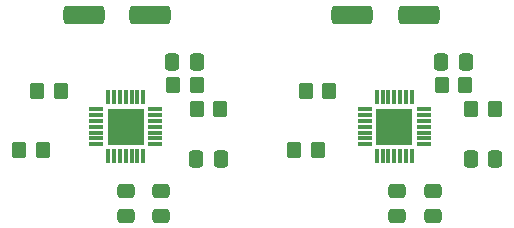
<source format=gbr>
%TF.GenerationSoftware,KiCad,Pcbnew,8.0.6*%
%TF.CreationDate,2025-01-28T15:40:01+01:00*%
%TF.ProjectId,Drivers_PCB,44726976-6572-4735-9f50-43422e6b6963,rev?*%
%TF.SameCoordinates,Original*%
%TF.FileFunction,Paste,Top*%
%TF.FilePolarity,Positive*%
%FSLAX46Y46*%
G04 Gerber Fmt 4.6, Leading zero omitted, Abs format (unit mm)*
G04 Created by KiCad (PCBNEW 8.0.6) date 2025-01-28 15:40:01*
%MOMM*%
%LPD*%
G01*
G04 APERTURE LIST*
G04 Aperture macros list*
%AMRoundRect*
0 Rectangle with rounded corners*
0 $1 Rounding radius*
0 $2 $3 $4 $5 $6 $7 $8 $9 X,Y pos of 4 corners*
0 Add a 4 corners polygon primitive as box body*
4,1,4,$2,$3,$4,$5,$6,$7,$8,$9,$2,$3,0*
0 Add four circle primitives for the rounded corners*
1,1,$1+$1,$2,$3*
1,1,$1+$1,$4,$5*
1,1,$1+$1,$6,$7*
1,1,$1+$1,$8,$9*
0 Add four rect primitives between the rounded corners*
20,1,$1+$1,$2,$3,$4,$5,0*
20,1,$1+$1,$4,$5,$6,$7,0*
20,1,$1+$1,$6,$7,$8,$9,0*
20,1,$1+$1,$8,$9,$2,$3,0*%
G04 Aperture macros list end*
%ADD10RoundRect,0.250000X0.337500X0.475000X-0.337500X0.475000X-0.337500X-0.475000X0.337500X-0.475000X0*%
%ADD11RoundRect,0.250000X0.350000X0.450000X-0.350000X0.450000X-0.350000X-0.450000X0.350000X-0.450000X0*%
%ADD12RoundRect,0.250000X-0.350000X-0.450000X0.350000X-0.450000X0.350000X0.450000X-0.350000X0.450000X0*%
%ADD13R,0.300000X1.150000*%
%ADD14R,1.150000X0.300000*%
%ADD15R,3.150000X3.150000*%
%ADD16RoundRect,0.250000X0.475000X-0.337500X0.475000X0.337500X-0.475000X0.337500X-0.475000X-0.337500X0*%
%ADD17RoundRect,0.400000X-1.350000X-0.400000X1.350000X-0.400000X1.350000X0.400000X-1.350000X0.400000X0*%
G04 APERTURE END LIST*
D10*
%TO.C,C6*%
X115037500Y-65500000D03*
X112962500Y-65500000D03*
%TD*%
D11*
%TO.C,R8*%
X125250000Y-73000000D03*
X123250000Y-73000000D03*
%TD*%
D10*
%TO.C,C2*%
X117037500Y-73750000D03*
X114962500Y-73750000D03*
%TD*%
D11*
%TO.C,R6*%
X140250000Y-69500000D03*
X138250000Y-69500000D03*
%TD*%
D12*
%TO.C,R1*%
X113000000Y-67500000D03*
X115000000Y-67500000D03*
%TD*%
D11*
%TO.C,R3*%
X103500000Y-68000000D03*
X101500000Y-68000000D03*
%TD*%
%TO.C,R2*%
X117000000Y-69500000D03*
X115000000Y-69500000D03*
%TD*%
D10*
%TO.C,C7*%
X140287500Y-73750000D03*
X138212500Y-73750000D03*
%TD*%
D13*
%TO.C,U1*%
X107500000Y-73500000D03*
X108000000Y-73500000D03*
X108500000Y-73500000D03*
X109000000Y-73500000D03*
X109500000Y-73500000D03*
X110000000Y-73500000D03*
X110500000Y-73500000D03*
D14*
X111500000Y-72500000D03*
X111500000Y-72000000D03*
X111500000Y-71500000D03*
X111500000Y-71000000D03*
X111500000Y-70500000D03*
X111500000Y-70000000D03*
X111500000Y-69500000D03*
D13*
X110500000Y-68500000D03*
X110000000Y-68500000D03*
X109500000Y-68500000D03*
X109000000Y-68500000D03*
X108500000Y-68500000D03*
X108000000Y-68500000D03*
X107500000Y-68500000D03*
D14*
X106500000Y-69500000D03*
X106500000Y-70000000D03*
X106500000Y-70500000D03*
X106500000Y-71000000D03*
X106500000Y-71500000D03*
X106500000Y-72000000D03*
X106500000Y-72500000D03*
D15*
X109000000Y-71000000D03*
%TD*%
D16*
%TO.C,C8*%
X132000000Y-78537500D03*
X132000000Y-76462500D03*
%TD*%
D11*
%TO.C,R7*%
X126250000Y-68000000D03*
X124250000Y-68000000D03*
%TD*%
D17*
%TO.C,C5*%
X128200000Y-61550000D03*
X133800000Y-61550000D03*
%TD*%
D12*
%TO.C,R5*%
X135750000Y-67500000D03*
X137750000Y-67500000D03*
%TD*%
D13*
%TO.C,U2*%
X130250000Y-73500000D03*
X130750000Y-73500000D03*
X131250000Y-73500000D03*
X131750000Y-73500000D03*
X132250000Y-73500000D03*
X132750000Y-73500000D03*
X133250000Y-73500000D03*
D14*
X134250000Y-72500000D03*
X134250000Y-72000000D03*
X134250000Y-71500000D03*
X134250000Y-71000000D03*
X134250000Y-70500000D03*
X134250000Y-70000000D03*
X134250000Y-69500000D03*
D13*
X133250000Y-68500000D03*
X132750000Y-68500000D03*
X132250000Y-68500000D03*
X131750000Y-68500000D03*
X131250000Y-68500000D03*
X130750000Y-68500000D03*
X130250000Y-68500000D03*
D14*
X129250000Y-69500000D03*
X129250000Y-70000000D03*
X129250000Y-70500000D03*
X129250000Y-71000000D03*
X129250000Y-71500000D03*
X129250000Y-72000000D03*
X129250000Y-72500000D03*
D15*
X131750000Y-71000000D03*
%TD*%
D17*
%TO.C,C10*%
X105450000Y-61550000D03*
X111050000Y-61550000D03*
%TD*%
D16*
%TO.C,C3*%
X109000000Y-78537500D03*
X109000000Y-76462500D03*
%TD*%
%TO.C,C4*%
X112000000Y-78537500D03*
X112000000Y-76462500D03*
%TD*%
D10*
%TO.C,C1*%
X137787500Y-65500000D03*
X135712500Y-65500000D03*
%TD*%
D16*
%TO.C,C9*%
X135000000Y-78537500D03*
X135000000Y-76462500D03*
%TD*%
D11*
%TO.C,R4*%
X102000000Y-73000000D03*
X100000000Y-73000000D03*
%TD*%
M02*

</source>
